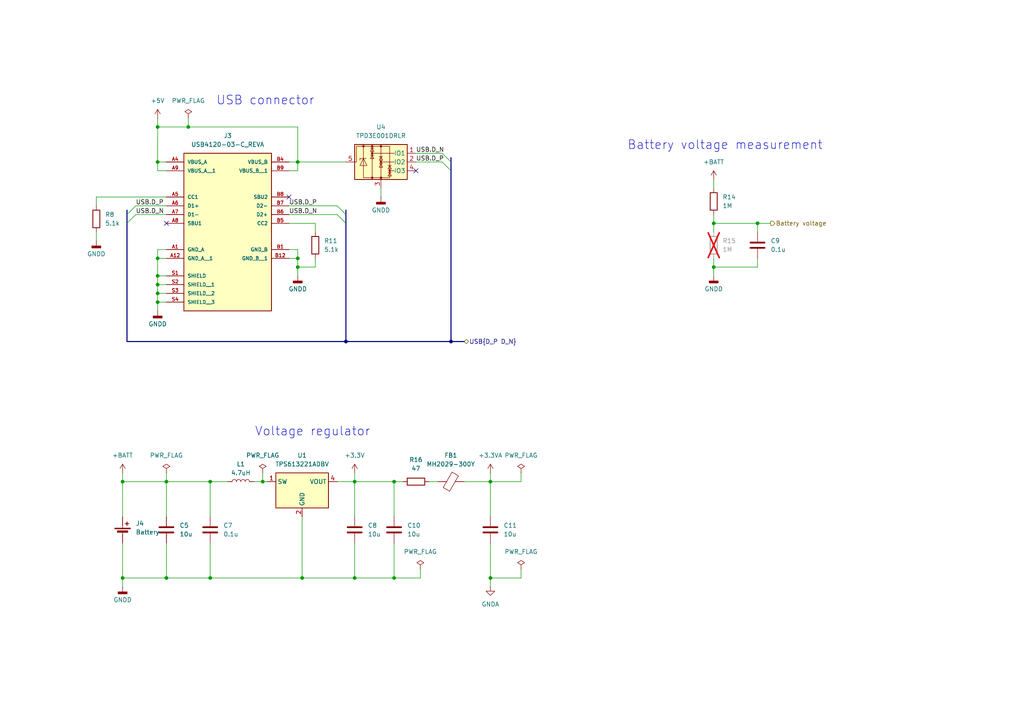
<source format=kicad_sch>
(kicad_sch (version 20231120) (generator "eeschema") (generator_version "8.0")
  (paper "A4")
  (title_block (title "Cycling power meter FYP - USB and power supply") (date "2024-07-05") (rev "V1.0.2") (company "Monash Human Power - Jotham Gates & Oscar Varney"))
  (lib_symbols
    (symbol "Device:Battery_Cell" (pin_numbers hide) (pin_names (offset 0) hide)
      (property "Reference" "BT" (at 2.54 2.54 0))
      (property "Value" "Battery_Cell" (at 2.54 0 0))
      (symbol "Battery_Cell_0_1"
        (rectangle (start -2.286 1.778) (end 2.286 1.524) (fill (type outline)))
        (rectangle (start -1.524 1.016) (end 1.524 0.508) (fill (type outline)))
        (polyline (pts (xy 0 0.762) (xy 0 0)))
        (polyline (pts (xy 0 1.778) (xy 0 2.54)))
        (polyline (pts (xy 0.762 3.048) (xy 1.778 3.048)) (stroke (width 0.254)))
        (polyline (pts (xy 1.27 3.556) (xy 1.27 2.54)) (stroke (width 0.254)))
      )
      (symbol "Battery_Cell_1_1"
        (pin passive line (at 0 5.08 270) (length 2.54) (name "+") (number "1"))
        (pin passive line (at 0 -2.54 90) (length 2.54) (name "-") (number "2"))
      )
    )
    (symbol "Device:C" (pin_numbers hide) (pin_names (offset 0.254))
      (property "Reference" "C" (at 0.635 2.54 0))
      (property "Value" "C" (at 0.635 -2.54 0))
      (symbol "C_0_1"
        (polyline (pts (xy -2.032 -0.762) (xy 2.032 -0.762)) (stroke (width 0.508)))
        (polyline (pts (xy -2.032 0.762) (xy 2.032 0.762)) (stroke (width 0.508)))
      )
      (symbol "C_1_1"
        (pin passive line (at 0 3.81 270) (length 2.794) (name "~") (number "1"))
        (pin passive line (at 0 -3.81 90) (length 2.794) (name "~") (number "2"))
      )
    )
    (symbol "Device:FerriteBead" (pin_numbers hide) (pin_names (offset 0))
      (property "Reference" "FB" (at -3.81 0.635 90))
      (property "Value" "FerriteBead" (at 3.81 0 90))
      (symbol "FerriteBead_0_1"
        (polyline (pts (xy 0 -1.27) (xy 0 -1.2192)))
        (polyline (pts (xy 0 1.27) (xy 0 1.2954)))
        (polyline (pts (xy -2.7686 0.4064) (xy -1.7018 2.2606) (xy 2.7686 -0.3048) (xy 1.6764 -2.159) (xy -2.7686 0.4064)))
      )
      (symbol "FerriteBead_1_1"
        (pin passive line (at 0 3.81 270) (length 2.54) (name "~") (number "1"))
        (pin passive line (at 0 -3.81 90) (length 2.54) (name "~") (number "2"))
      )
    )
    (symbol "Device:L" (pin_numbers hide) (pin_names (offset 1.016) hide)
      (property "Reference" "L" (at -1.27 0 90))
      (property "Value" "L" (at 1.905 0 90))
      (symbol "L_0_1"
        (arc (start 0 -2.54) (mid 0.6323 -1.905) (end 0 -1.27))
        (arc (start 0 -1.27) (mid 0.6323 -0.635) (end 0 0))
        (arc (start 0 0) (mid 0.6323 0.635) (end 0 1.27))
        (arc (start 0 1.27) (mid 0.6323 1.905) (end 0 2.54))
      )
      (symbol "L_1_1"
        (pin passive line (at 0 3.81 270) (length 1.27) (name "1") (number "1"))
        (pin passive line (at 0 -3.81 90) (length 1.27) (name "2") (number "2"))
      )
    )
    (symbol "Device:R" (pin_numbers hide) (pin_names (offset 0))
      (property "Reference" "R" (at 2.032 0 90))
      (property "Value" "R" (at 0 0 90))
      (symbol "R_0_1"
        (rectangle (start -1.016 -2.54) (end 1.016 2.54) (stroke (width 0.254)))
      )
      (symbol "R_1_1"
        (pin passive line (at 0 3.81 270) (length 1.27) (name "~") (number "1"))
        (pin passive line (at 0 -3.81 90) (length 1.27) (name "~") (number "2"))
      )
    )
    (symbol "Power_Protection:TPD3E001DRLR"
      (property "Reference" "U" (at -5.08 6.35 0))
      (property "Value" "TPD3E001DRLR" (at 8.89 -7.62 0))
      (symbol "TPD3E001DRLR_0_1"
        (rectangle (start -7.62 5.08) (end 7.62 -5.08) (stroke (width 0.254)) (fill (type background)))
        (circle (center -5.08 4.572) (radius 0.254) (fill (type outline)))
        (circle (center -2.54 -4.572) (radius 0.254) (fill (type outline)))
        (circle (center -2.54 2.54) (radius 0.254) (fill (type outline)))
        (circle (center -2.54 4.572) (radius 0.254) (fill (type outline)))
        (circle (center 0 -4.572) (radius 0.254) (fill (type outline)))
        (polyline (pts (xy -2.54 2.54) (xy 3.81 2.54)))
        (polyline (pts (xy -2.54 4.572) (xy -2.54 -4.572)))
        (polyline (pts (xy -2.032 2.032) (xy -3.048 2.032)))
        (polyline (pts (xy -2.032 4.064) (xy -3.048 4.064)))
        (polyline (pts (xy 0 -5.08) (xy 0 4.572)))
        (polyline (pts (xy 0 0) (xy 3.81 0)))
        (polyline (pts (xy 0.508 -0.508) (xy -0.508 -0.508)))
        (polyline (pts (xy 0.508 1.524) (xy -0.508 1.524)))
        (polyline (pts (xy 2.54 -2.54) (xy 3.81 -2.54)))
        (polyline (pts (xy 3.048 -3.048) (xy 2.032 -3.048)))
        (polyline (pts (xy 3.048 -1.016) (xy 2.032 -1.016)))
        (polyline (pts (xy -4.318 1.016) (xy -6.096 1.016) (xy -6.096 0.508)))
        (polyline (pts (xy -7.62 0) (xy -7.112 0) (xy -7.112 4.572) (xy -5.08 4.572)))
        (polyline (pts (xy -5.08 1.016) (xy -6.096 -1.016) (xy -4.064 -1.016) (xy -5.08 1.016)))
        (polyline (pts (xy -2.54 2.032) (xy -3.048 1.016) (xy -2.032 1.016) (xy -2.54 2.032)))
        (polyline (pts (xy -2.54 4.064) (xy -3.048 3.048) (xy -2.032 3.048) (xy -2.54 4.064)))
        (polyline (pts (xy 0 -0.508) (xy -0.508 -1.524) (xy 0.508 -1.524) (xy 0 -0.508)))
        (polyline (pts (xy 0 1.524) (xy -0.508 0.508) (xy 0.508 0.508) (xy 0 1.524)))
        (polyline (pts (xy 2.54 -3.048) (xy 2.032 -4.064) (xy 3.048 -4.064) (xy 2.54 -3.048)))
        (polyline (pts (xy 2.54 -1.016) (xy 2.032 -2.032) (xy 3.048 -2.032) (xy 2.54 -1.016)))
        (circle (center 0 0) (radius 0.254) (fill (type outline)))
        (circle (center 0 4.572) (radius 0.254) (fill (type outline)))
        (rectangle (start 2.54 -4.572) (end -5.08 4.572))
        (circle (center 2.54 -2.54) (radius 0.254) (fill (type outline)))
      )
      (symbol "TPD3E001DRLR_1_1"
        (pin passive line (at 10.16 2.54 180) (length 2.54) (name "IO1") (number "1"))
        (pin passive line (at 10.16 0 180) (length 2.54) (name "IO2") (number "2"))
        (pin passive line (at 0 -7.62 90) (length 2.54) (name "~") (number "3"))
        (pin passive line (at 10.16 -2.54 180) (length 2.54) (name "IO3") (number "4"))
        (pin passive line (at -10.16 0 0) (length 2.54) (name "~") (number "5"))
      )
    )
    (symbol "Regulator_Switching:TPS613221ADBV"
      (property "Reference" "U" (at -7.62 6.35 0))
      (property "Value" "TPS613221ADBV" (at 2.54 6.35 0))
      (symbol "TPS613221ADBV_0_1"
        (rectangle (start -7.62 5.08) (end 7.62 -5.08) (stroke (width 0.254)) (fill (type background)))
      )
      (symbol "TPS613221ADBV_1_1"
        (pin power_in line (at -10.16 2.54 0) (length 2.54) (name "SW") (number "1"))
        (pin power_in line (at 0 -7.62 90) (length 2.54) (name "GND") (number "2"))
        (pin no_connect line (at -7.62 -2.54 0) (length 2.54) hide (name "NC") (number "3"))
        (pin power_out line (at 10.16 2.54 180) (length 2.54) (name "VOUT") (number "4"))
        (pin no_connect line (at 7.62 -2.54 180) (length 2.54) hide (name "NC") (number "5"))
      )
    )
    (symbol "USB4120-03-C_REVA:USB4120-03-C_REVA" (pin_names (offset 1.016))
      (property "Reference" "J" (at -12.7 16.002 0))
      (property "Value" "USB4120-03-C_REVA" (at -12.7 -31.242 0))
      (symbol "USB4120-03-C_REVA_0_0"
        (rectangle (start -12.7 -30.48) (end 12.7 15.24) (stroke (width 0.254)) (fill (type background)))
        (pin power_in line (at -17.78 -12.7 0) (length 5.08) (name "GND_A") (number "A1"))
        (pin power_in line (at -17.78 -15.24 0) (length 5.08) (name "GND_A__1") (number "A12"))
        (pin power_in line (at -17.78 12.7 0) (length 5.08) (name "VBUS_A") (number "A4"))
        (pin bidirectional line (at -17.78 2.54 0) (length 5.08) (name "CC1") (number "A5"))
        (pin bidirectional line (at -17.78 0 0) (length 5.08) (name "D1+") (number "A6"))
        (pin bidirectional line (at -17.78 -2.54 0) (length 5.08) (name "D1-") (number "A7"))
        (pin bidirectional line (at -17.78 -5.08 0) (length 5.08) (name "SBU1") (number "A8"))
        (pin power_in line (at -17.78 10.16 0) (length 5.08) (name "VBUS_A__1") (number "A9"))
        (pin power_in line (at 17.78 -12.7 180) (length 5.08) (name "GND_B") (number "B1"))
        (pin power_in line (at 17.78 -15.24 180) (length 5.08) (name "GND_B__1") (number "B12"))
        (pin power_in line (at 17.78 12.7 180) (length 5.08) (name "VBUS_B") (number "B4"))
        (pin bidirectional line (at 17.78 -5.08 180) (length 5.08) (name "CC2") (number "B5"))
        (pin bidirectional line (at 17.78 -2.54 180) (length 5.08) (name "D2+") (number "B6"))
        (pin bidirectional line (at 17.78 0 180) (length 5.08) (name "D2-") (number "B7"))
        (pin bidirectional line (at 17.78 2.54 180) (length 5.08) (name "SBU2") (number "B8"))
        (pin power_in line (at 17.78 10.16 180) (length 5.08) (name "VBUS_B__1") (number "B9"))
        (pin passive line (at -17.78 -20.32 0) (length 5.08) (name "SHIELD") (number "S1"))
        (pin passive line (at -17.78 -22.86 0) (length 5.08) (name "SHIELD__1") (number "S2"))
        (pin passive line (at -17.78 -25.4 0) (length 5.08) (name "SHIELD__2") (number "S3"))
        (pin passive line (at -17.78 -27.94 0) (length 5.08) (name "SHIELD__3") (number "S4"))
      )
    )
    (symbol "power:+3.3V" (power) (pin_numbers hide) (pin_names (offset 0) hide)
      (property "Value" "+3.3V" (at 0 3.556 0))
      (symbol "+3.3V_0_1"
        (polyline (pts (xy -0.762 1.27) (xy 0 2.54)))
        (polyline (pts (xy 0 0) (xy 0 2.54)))
        (polyline (pts (xy 0 2.54) (xy 0.762 1.27)))
      )
      (symbol "+3.3V_1_1"
        (pin power_in line (at 0 0 90) (length 0) (name "~") (number "1"))
      )
    )
    (symbol "power:+3.3VA" (power) (pin_numbers hide) (pin_names (offset 0) hide)
      (property "Value" "+3.3VA" (at 0 3.556 0))
      (symbol "+3.3VA_0_1"
        (polyline (pts (xy -0.762 1.27) (xy 0 2.54)))
        (polyline (pts (xy 0 0) (xy 0 2.54)))
        (polyline (pts (xy 0 2.54) (xy 0.762 1.27)))
      )
      (symbol "+3.3VA_1_1"
        (pin power_in line (at 0 0 90) (length 0) (name "~") (number "1"))
      )
    )
    (symbol "power:+5V" (power) (pin_numbers hide) (pin_names (offset 0) hide)
      (property "Value" "+5V" (at 0 3.556 0))
      (symbol "+5V_0_1"
        (polyline (pts (xy -0.762 1.27) (xy 0 2.54)))
        (polyline (pts (xy 0 0) (xy 0 2.54)))
        (polyline (pts (xy 0 2.54) (xy 0.762 1.27)))
      )
      (symbol "+5V_1_1"
        (pin power_in line (at 0 0 90) (length 0) (name "~") (number "1"))
      )
    )
    (symbol "power:+BATT" (power) (pin_numbers hide) (pin_names (offset 0) hide)
      (property "Value" "+BATT" (at 0 3.556 0))
      (symbol "+BATT_0_1"
        (polyline (pts (xy -0.762 1.27) (xy 0 2.54)))
        (polyline (pts (xy 0 0) (xy 0 2.54)))
        (polyline (pts (xy 0 2.54) (xy 0.762 1.27)))
      )
      (symbol "+BATT_1_1"
        (pin power_in line (at 0 0 90) (length 0) (name "~") (number "1"))
      )
    )
    (symbol "power:GNDA" (power) (pin_numbers hide) (pin_names (offset 0) hide)
      (property "Value" "GNDA" (at 0 -3.81 0))
      (symbol "GNDA_0_1"
        (polyline (pts (xy 0 0) (xy 0 -1.27) (xy 1.27 -1.27) (xy 0 -2.54) (xy -1.27 -1.27) (xy 0 -1.27)))
      )
      (symbol "GNDA_1_1"
        (pin power_in line (at 0 0 270) (length 0) (name "~") (number "1"))
      )
    )
    (symbol "power:GNDD" (power) (pin_numbers hide) (pin_names (offset 0) hide)
      (property "Value" "GNDD" (at 0 -3.175 0))
      (symbol "GNDD_0_1"
        (rectangle (start -1.27 -1.524) (end 1.27 -2.032) (stroke (width 0.254)) (fill (type outline)))
        (polyline (pts (xy 0 0) (xy 0 -1.524)))
      )
      (symbol "GNDD_1_1"
        (pin power_in line (at 0 0 270) (length 0) (name "~") (number "1"))
      )
    )
    (symbol "power:PWR_FLAG" (power) (pin_numbers hide) (pin_names (offset 0) hide)
      (property "Value" "PWR_FLAG" (at 0 3.81 0))
      (symbol "PWR_FLAG_0_0"
        (pin power_out line (at 0 0 90) (length 0) (name "~") (number "1"))
      )
      (symbol "PWR_FLAG_0_1"
        (polyline (pts (xy 0 0) (xy 0 1.27) (xy -1.016 1.905) (xy 0 2.54) (xy 1.016 1.905) (xy 0 1.27)))
      )
    )
  )
  (junction (at 60.96 167.64))
  (junction (at 130.81 99.06))
  (junction (at 114.3 139.7))
  (junction (at 207.01 77.47))
  (junction (at 60.96 139.7))
  (junction (at 87.63 167.64))
  (junction (at 45.72 82.55))
  (junction (at 207.01 64.77))
  (junction (at 219.71 64.77))
  (junction (at 48.26 167.64))
  (junction (at 114.3 167.64))
  (junction (at 45.72 74.93))
  (junction (at 45.72 87.63))
  (junction (at 45.72 36.83))
  (junction (at 35.56 139.7))
  (junction (at 45.72 80.01))
  (junction (at 35.56 167.64))
  (junction (at 86.36 46.99))
  (junction (at 54.61 36.83))
  (junction (at 102.87 139.7))
  (junction (at 102.87 167.64))
  (junction (at 100.33 99.06))
  (junction (at 86.36 77.47))
  (junction (at 86.36 74.93))
  (junction (at 142.24 167.64))
  (junction (at 45.72 46.99))
  (junction (at 142.24 139.7))
  (junction (at 76.2 139.7))
  (junction (at 45.72 85.09))
  (junction (at 48.26 139.7))
  (no_connect (at 48.26 64.77))
  (no_connect (at 120.65 49.53))
  (no_connect (at 83.82 57.15))
  (bus_entry (at 128.27 46.99) (size 2.54 2.54))
  (bus_entry (at 36.83 64.77) (size 2.54 -2.54))
  (bus_entry (at 128.27 44.45) (size 2.54 2.54))
  (bus_entry (at 97.79 59.69) (size 2.54 2.54))
  (bus_entry (at 97.79 62.23) (size 2.54 2.54))
  (bus_entry (at 36.83 62.23) (size 2.54 -2.54))
  (wire (pts (xy 142.24 157.48) (xy 142.24 167.64)))
  (bus (pts (xy 36.83 99.06) (xy 100.33 99.06)))
  (wire (pts (xy 35.56 167.64) (xy 35.56 170.18)))
  (wire (pts (xy 102.87 139.7) (xy 114.3 139.7)))
  (wire (pts (xy 60.96 139.7) (xy 66.04 139.7)))
  (wire (pts (xy 83.82 62.23) (xy 97.79 62.23)))
  (wire (pts (xy 83.82 74.93) (xy 86.36 74.93)))
  (wire (pts (xy 48.26 157.48) (xy 48.26 167.64)))
  (wire (pts (xy 110.49 54.61) (xy 110.49 57.15)))
  (wire (pts (xy 207.01 52.07) (xy 207.01 54.61)))
  (wire (pts (xy 54.61 34.29) (xy 54.61 36.83)))
  (wire (pts (xy 86.36 46.99) (xy 86.36 36.83)))
  (wire (pts (xy 114.3 167.64) (xy 102.87 167.64)))
  (bus (pts (xy 134.62 99.06) (xy 130.81 99.06)))
  (wire (pts (xy 102.87 139.7) (xy 102.87 149.86)))
  (bus (pts (xy 100.33 64.77) (xy 100.33 99.06)))
  (bus (pts (xy 36.83 64.77) (xy 36.83 99.06)))
  (wire (pts (xy 142.24 137.16) (xy 142.24 139.7)))
  (wire (pts (xy 45.72 36.83) (xy 54.61 36.83)))
  (wire (pts (xy 207.01 64.77) (xy 219.71 64.77)))
  (wire (pts (xy 35.56 139.7) (xy 35.56 149.86)))
  (wire (pts (xy 48.26 85.09) (xy 45.72 85.09)))
  (wire (pts (xy 91.44 77.47) (xy 86.36 77.47)))
  (wire (pts (xy 142.24 167.64) (xy 151.13 167.64)))
  (wire (pts (xy 35.56 137.16) (xy 35.56 139.7)))
  (wire (pts (xy 114.3 139.7) (xy 116.84 139.7)))
  (wire (pts (xy 35.56 157.48) (xy 35.56 167.64)))
  (wire (pts (xy 83.82 46.99) (xy 86.36 46.99)))
  (wire (pts (xy 91.44 74.93) (xy 91.44 77.47)))
  (wire (pts (xy 100.33 46.99) (xy 86.36 46.99)))
  (wire (pts (xy 134.62 139.7) (xy 142.24 139.7)))
  (wire (pts (xy 207.01 77.47) (xy 207.01 80.01)))
  (wire (pts (xy 151.13 139.7) (xy 142.24 139.7)))
  (wire (pts (xy 87.63 167.64) (xy 102.87 167.64)))
  (wire (pts (xy 60.96 157.48) (xy 60.96 167.64)))
  (wire (pts (xy 87.63 149.86) (xy 87.63 167.64)))
  (wire (pts (xy 48.26 137.16) (xy 48.26 139.7)))
  (wire (pts (xy 39.37 62.23) (xy 48.26 62.23)))
  (wire (pts (xy 142.24 139.7) (xy 142.24 149.86)))
  (wire (pts (xy 45.72 87.63) (xy 48.26 87.63)))
  (wire (pts (xy 39.37 59.69) (xy 48.26 59.69)))
  (wire (pts (xy 83.82 64.77) (xy 91.44 64.77)))
  (wire (pts (xy 114.3 139.7) (xy 114.3 149.86)))
  (wire (pts (xy 73.66 139.7) (xy 76.2 139.7)))
  (wire (pts (xy 45.72 90.17) (xy 45.72 87.63)))
  (wire (pts (xy 48.26 82.55) (xy 45.72 82.55)))
  (wire (pts (xy 114.3 157.48) (xy 114.3 167.64)))
  (wire (pts (xy 86.36 77.47) (xy 86.36 80.01)))
  (wire (pts (xy 86.36 74.93) (xy 86.36 77.47)))
  (wire (pts (xy 114.3 167.64) (xy 121.92 167.64)))
  (wire (pts (xy 219.71 64.77) (xy 223.52 64.77)))
  (wire (pts (xy 151.13 137.16) (xy 151.13 139.7)))
  (wire (pts (xy 45.72 82.55) (xy 45.72 85.09)))
  (wire (pts (xy 124.46 139.7) (xy 127 139.7)))
  (wire (pts (xy 60.96 167.64) (xy 87.63 167.64)))
  (wire (pts (xy 48.26 74.93) (xy 45.72 74.93)))
  (wire (pts (xy 219.71 74.93) (xy 219.71 77.47)))
  (wire (pts (xy 45.72 49.53) (xy 48.26 49.53)))
  (wire (pts (xy 54.61 36.83) (xy 86.36 36.83)))
  (wire (pts (xy 86.36 46.99) (xy 86.36 49.53)))
  (wire (pts (xy 45.72 80.01) (xy 45.72 82.55)))
  (bus (pts (xy 36.83 62.23) (xy 36.83 64.77)))
  (wire (pts (xy 45.72 85.09) (xy 45.72 87.63)))
  (wire (pts (xy 102.87 157.48) (xy 102.87 167.64)))
  (wire (pts (xy 102.87 137.16) (xy 102.87 139.7)))
  (wire (pts (xy 207.01 74.93) (xy 207.01 77.47)))
  (wire (pts (xy 86.36 72.39) (xy 86.36 74.93)))
  (wire (pts (xy 207.01 64.77) (xy 207.01 67.31)))
  (wire (pts (xy 45.72 46.99) (xy 45.72 49.53)))
  (bus (pts (xy 100.33 62.23) (xy 100.33 64.77)))
  (wire (pts (xy 27.94 67.31) (xy 27.94 69.85)))
  (wire (pts (xy 83.82 59.69) (xy 97.79 59.69)))
  (wire (pts (xy 121.92 165.1) (xy 121.92 167.64)))
  (wire (pts (xy 120.65 44.45) (xy 128.27 44.45)))
  (wire (pts (xy 45.72 72.39) (xy 45.72 74.93)))
  (wire (pts (xy 207.01 77.47) (xy 219.71 77.47)))
  (wire (pts (xy 142.24 167.64) (xy 142.24 170.18)))
  (bus (pts (xy 130.81 49.53) (xy 130.81 99.06)))
  (wire (pts (xy 35.56 167.64) (xy 48.26 167.64)))
  (wire (pts (xy 48.26 72.39) (xy 45.72 72.39)))
  (wire (pts (xy 35.56 139.7) (xy 48.26 139.7)))
  (wire (pts (xy 48.26 139.7) (xy 48.26 149.86)))
  (wire (pts (xy 91.44 64.77) (xy 91.44 67.31)))
  (wire (pts (xy 60.96 139.7) (xy 60.96 149.86)))
  (bus (pts (xy 100.33 60.96) (xy 100.33 62.23)))
  (wire (pts (xy 76.2 139.7) (xy 77.47 139.7)))
  (wire (pts (xy 219.71 67.31) (xy 219.71 64.77)))
  (wire (pts (xy 48.26 139.7) (xy 60.96 139.7)))
  (wire (pts (xy 97.79 139.7) (xy 102.87 139.7)))
  (wire (pts (xy 45.72 74.93) (xy 45.72 80.01)))
  (wire (pts (xy 120.65 46.99) (xy 128.27 46.99)))
  (bus (pts (xy 100.33 99.06) (xy 130.81 99.06)))
  (wire (pts (xy 83.82 49.53) (xy 86.36 49.53)))
  (bus (pts (xy 130.81 46.99) (xy 130.81 49.53)))
  (wire (pts (xy 48.26 167.64) (xy 60.96 167.64)))
  (bus (pts (xy 36.83 60.96) (xy 36.83 62.23)))
  (wire (pts (xy 45.72 36.83) (xy 45.72 46.99)))
  (wire (pts (xy 83.82 72.39) (xy 86.36 72.39)))
  (wire (pts (xy 48.26 80.01) (xy 45.72 80.01)))
  (bus (pts (xy 130.81 45.72) (xy 130.81 46.99)))
  (wire (pts (xy 45.72 46.99) (xy 48.26 46.99)))
  (wire (pts (xy 27.94 59.69) (xy 27.94 57.15)))
  (wire (pts (xy 76.2 137.16) (xy 76.2 139.7)))
  (wire (pts (xy 45.72 34.29) (xy 45.72 36.83)))
  (wire (pts (xy 207.01 62.23) (xy 207.01 64.77)))
  (wire (pts (xy 27.94 57.15) (xy 48.26 57.15)))
  (wire (pts (xy 151.13 165.1) (xy 151.13 167.64)))
  (text "Battery voltage measurement" (at 210.312 42.164 0) (effects (font (size 2.55 2.55))))
  (text "USB connector" (at 76.962 29.21 0) (effects (font (size 2.55 2.55))))
  (text "Voltage regulator" (at 90.678 125.222 0) (effects (font (size 2.55 2.55))))
  (label "USB.D_N" (at 120.65 44.45 0))
  (label "USB.D_P" (at 83.82 59.69 0))
  (label "USB.D_P" (at 120.65 46.99 0))
  (label "USB.D_N" (at 83.82 62.23 0))
  (label "USB.D_P" (at 39.37 59.69 0))
  (label "USB.D_N" (at 39.37 62.23 0))
  (hierarchical_label "USB{D_P D_N}" (shape bidirectional) (at 134.62 99.06 0))
  (hierarchical_label "Battery voltage" (shape output) (at 223.52 64.77 0))
  (symbol (lib_id "power:PWR_FLAG") (at 76.2 137.16 0) (unit 1)
    (property "Reference" "#FLG04" (effects (hide yes)))
    (property "Value" "PWR_FLAG" (at 76.2 132.08 0))
    (property "Description" "Special symbol for telling ERC where power comes from" (effects (hide yes)))
  )
  (symbol (lib_id "Device:R") (at 91.44 71.12 0) (unit 1)
    (property "Reference" "R11" (at 93.98 69.8499 0) (effects (justify left)))
    (property "Value" "5.1k" (at 93.98 72.3899 0) (effects (justify left)))
    (property "Footprint" "Resistor_SMD:R_0603_1608Metric_Pad0.98x0.95mm_HandSolder" (effects (hide yes)))
    (property "Description" "Resistor" (effects (hide yes)))
    (property "PlaceOnSecondary" "No" (effects (hide yes)))
  )
  (symbol (lib_id "power:+BATT") (at 35.56 137.16 0) (unit 1)
    (property "Reference" "#PWR027" (effects (hide yes)))
    (property "Value" "+BATT" (at 35.56 132.08 0))
    (property "Description" "Power symbol creates a global label with name \"+BATT\"" (effects (hide yes)))
  )
  (symbol (lib_id "Power_Protection:TPD3E001DRLR") (at 110.49 46.99 0) (unit 1)
    (property "Reference" "U4" (at 110.49 36.83 0))
    (property "Value" "TPD3E001DRLR" (at 110.49 39.37 0))
    (property "Footprint" "Package_TO_SOT_SMD:SOT-553" (effects (hide yes)))
    (property "Datasheet" "http://www.ti.com/lit/ds/symlink/tpd3e001.pdf" (effects (hide yes)))
    (property "Description" "TPD3E001 Low-Capacitance 3-Channel ESD-Protection for High-Speed Data Interfaces" (effects (hide yes)))
    (property "PlaceOnSecondary" "No" (effects (hide yes)))
  )
  (symbol (lib_id "Device:R") (at 120.65 139.7 90) (unit 1)
    (property "Reference" "R16" (at 120.65 133.35 90))
    (property "Value" "47" (at 120.65 135.89 90))
    (property "Footprint" "Resistor_SMD:R_0603_1608Metric_Pad0.98x0.95mm_HandSolder" (effects (hide yes)))
    (property "Description" "Resistor" (effects (hide yes)))
    (property "PlaceOnSecondary" "Yes" (effects (hide yes)))
  )
  (symbol (lib_id "Device:R") (at 207.01 58.42 0) (unit 1)
    (property "Reference" "R14" (at 209.55 57.1499 0) (effects (justify left)))
    (property "Value" "1M" (at 209.55 59.6899 0) (effects (justify left)))
    (property "Footprint" "Resistor_SMD:R_0603_1608Metric_Pad0.98x0.95mm_HandSolder" (effects (hide yes)))
    (property "Description" "Resistor" (effects (hide yes)))
    (property "PlaceOnSecondary" "No" (effects (hide yes)))
  )
  (symbol (lib_id "power:+3.3VA") (at 142.24 137.16 0) (unit 1)
    (property "Reference" "#PWR033" (effects (hide yes)))
    (property "Value" "+3.3VA" (at 142.24 132.08 0))
    (property "Description" "Power symbol creates a global label with name \"+3.3VA\"" (effects (hide yes)))
  )
  (symbol (lib_id "USB4120-03-C_REVA:USB4120-03-C_REVA") (at 66.04 59.69 0) (unit 1)
    (property "Reference" "J3" (at 66.04 39.37 0))
    (property "Value" "USB4120-03-C_REVA" (at 66.04 41.91 0))
    (property "Footprint" "USB4120:GCT_USB4120-03-C_REVA" (effects (hide yes)))
    (property "Description" "USB Connector" (effects (hide yes)))
    (property "PARTREV" "A" (effects (hide yes)))
    (property "MANUFACTURER" "GCT" (effects (hide yes)))
    (property "MAXIMUM_PACKAGE_HEIGHT" "6.5mm" (effects (hide yes)))
    (property "STANDARD" "Manufacturer Recommendations" (effects (hide yes)))
    (property "PlaceOnSecondary" "No" (effects (hide yes)))
  )
  (symbol (lib_id "power:GNDD") (at 86.36 80.01 0) (unit 1)
    (property "Reference" "#PWR024" (effects (hide yes)))
    (property "Value" "GNDD" (at 86.36 83.82 0))
    (property "Description" "Power symbol creates a global label with name \"GNDD\" , digital ground" (effects (hide yes)))
  )
  (symbol (lib_id "Regulator_Switching:TPS613221ADBV") (at 87.63 142.24 0) (unit 1)
    (property "Reference" "U1" (at 87.63 132.08 0))
    (property "Value" "TPS613221ADBV" (at 87.63 134.62 0))
    (property "Footprint" "Package_TO_SOT_SMD:SOT-23-5" (effects (hide yes)))
    (property "Datasheet" "http://www.ti.com/lit/ds/symlink/tps61322.pdf" (effects (hide yes)))
    (property "Description" "1.2A Step-Up Converter, 3.3V Output Voltage, 0.9-5.5V Input Voltage, SOT-23-5" (effects (hide yes)))
  )
  (symbol (lib_id "power:PWR_FLAG") (at 121.92 165.1 0) (unit 1)
    (property "Reference" "#FLG06" (effects (hide yes)))
    (property "Value" "PWR_FLAG" (at 121.92 160.02 0))
    (property "Description" "Special symbol for telling ERC where power comes from" (effects (hide yes)))
  )
  (symbol (lib_id "power:GNDD") (at 45.72 90.17 0) (unit 1)
    (property "Reference" "#PWR019" (effects (hide yes)))
    (property "Value" "GNDD" (at 45.72 93.98 0))
    (property "Description" "Power symbol creates a global label with name \"GNDD\" , digital ground" (effects (hide yes)))
  )
  (symbol (lib_id "Device:FerriteBead") (at 130.81 139.7 90) (unit 1)
    (property "Reference" "FB1" (at 130.7592 132.08 90))
    (property "Value" "MH2029-300Y" (at 130.7592 134.62 90))
    (property "Footprint" "Inductor_SMD:L_0805_2012Metric" (effects (hide yes)))
    (property "Description" "Ferrite bead" (effects (hide yes)))
    (property "PlaceOnSecondary" "Yes" (effects (hide yes)))
  )
  (symbol (lib_id "Device:C") (at 142.24 153.67 0) (unit 1)
    (property "Reference" "C11" (at 146.05 152.3999 0) (effects (justify left)))
    (property "Value" "10u" (at 146.05 154.9399 0) (effects (justify left)))
    (property "Footprint" "Capacitor_SMD:C_0603_1608Metric_Pad1.08x0.95mm_HandSolder" (effects (hide yes)))
    (property "Description" "Unpolarized capacitor" (effects (hide yes)))
    (property "PlaceOnSecondary" "Yes" (effects (hide yes)))
  )
  (symbol (lib_id "power:PWR_FLAG") (at 151.13 165.1 0) (unit 1)
    (property "Reference" "#FLG05" (effects (hide yes)))
    (property "Value" "PWR_FLAG" (at 151.13 160.02 0))
    (property "Description" "Special symbol for telling ERC where power comes from" (effects (hide yes)))
  )
  (symbol (lib_id "power:GNDA") (at 142.24 170.18 0) (unit 1)
    (property "Reference" "#PWR034" (effects (hide yes)))
    (property "Value" "GNDA" (at 142.24 175.26 0))
    (property "Description" "Power symbol creates a global label with name \"GNDA\" , analog ground" (effects (hide yes)))
  )
  (symbol (lib_id "Device:C") (at 48.26 153.67 0) (unit 1)
    (property "Reference" "C5" (at 52.07 152.3999 0) (effects (justify left)))
    (property "Value" "10u" (at 52.07 154.9399 0) (effects (justify left)))
    (property "Footprint" "Capacitor_SMD:C_0603_1608Metric_Pad1.08x0.95mm_HandSolder" (effects (hide yes)))
    (property "Description" "Unpolarized capacitor" (effects (hide yes)))
    (property "PlaceOnSecondary" "Yes" (effects (hide yes)))
  )
  (symbol (lib_id "power:+3.3V") (at 102.87 137.16 0) (unit 1)
    (property "Reference" "#PWR032" (effects (hide yes)))
    (property "Value" "+3.3V" (at 102.87 132.08 0))
    (property "Description" "Power symbol creates a global label with name \"+3.3V\"" (effects (hide yes)))
  )
  (symbol (lib_id "Device:C") (at 114.3 153.67 0) (unit 1)
    (property "Reference" "C10" (at 118.11 152.3999 0) (effects (justify left)))
    (property "Value" "10u" (at 118.11 154.9399 0) (effects (justify left)))
    (property "Footprint" "Capacitor_SMD:C_0603_1608Metric_Pad1.08x0.95mm_HandSolder" (effects (hide yes)))
    (property "Description" "Unpolarized capacitor" (effects (hide yes)))
    (property "PlaceOnSecondary" "Yes" (effects (hide yes)))
  )
  (symbol (lib_id "power:PWR_FLAG") (at 54.61 34.29 0) (unit 1)
    (property "Reference" "#FLG01" (effects (hide yes)))
    (property "Value" "PWR_FLAG" (at 54.61 29.21 0))
    (property "Description" "Special symbol for telling ERC where power comes from" (effects (hide yes)))
  )
  (symbol (lib_id "power:GNDD") (at 207.01 80.01 0) (unit 1)
    (property "Reference" "#PWR031" (effects (hide yes)))
    (property "Value" "GNDD" (at 207.01 83.82 0))
    (property "Description" "Power symbol creates a global label with name \"GNDD\" , digital ground" (effects (hide yes)))
  )
  (symbol (lib_id "power:GNDD") (at 27.94 69.85 0) (unit 1)
    (property "Reference" "#PWR017" (effects (hide yes)))
    (property "Value" "GNDD" (at 27.94 73.66 0))
    (property "Description" "Power symbol creates a global label with name \"GNDD\" , digital ground" (effects (hide yes)))
  )
  (symbol (lib_id "power:+5V") (at 45.72 34.29 0) (unit 1)
    (property "Reference" "#PWR018" (effects (hide yes)))
    (property "Value" "+5V" (at 45.72 29.21 0))
    (property "Description" "Power symbol creates a global label with name \"+5V\"" (effects (hide yes)))
  )
  (symbol (lib_id "power:PWR_FLAG") (at 151.13 137.16 0) (unit 1)
    (property "Reference" "#FLG02" (effects (hide yes)))
    (property "Value" "PWR_FLAG" (at 151.13 132.08 0))
    (property "Description" "Special symbol for telling ERC where power comes from" (effects (hide yes)))
  )
  (symbol (lib_id "Device:Battery_Cell") (at 35.56 154.94 0) (unit 1)
    (property "Reference" "J4" (at 39.37 151.8284 0) (effects (justify left)))
    (property "Value" "Battery" (at 39.37 154.3684 0) (effects (justify left)))
    (property "Footprint" "Connector_JST:JST_PH_S2B-PH-K_1x02_P2.00mm_Horizontal" (effects (hide yes)))
    (property "Description" "Single-cell battery" (effects (hide yes)))
    (property "PlaceOnSecondary" "No" (effects (hide yes)))
  )
  (symbol (lib_id "power:+BATT") (at 207.01 52.07 0) (unit 1)
    (property "Reference" "#PWR030" (effects (hide yes)))
    (property "Value" "+BATT" (at 207.01 46.99 0))
    (property "Description" "Power symbol creates a global label with name \"+BATT\"" (effects (hide yes)))
  )
  (symbol (lib_id "Device:R") (at 207.01 71.12 0) (unit 1) (dnp yes)
    (property "Reference" "R15" (at 209.55 69.8499 0) (effects (justify left)))
    (property "Value" "1M" (at 209.55 72.3899 0) (effects (justify left)))
    (property "Footprint" "Resistor_SMD:R_0603_1608Metric_Pad0.98x0.95mm_HandSolder" (effects (hide yes)))
    (property "Description" "Resistor" (effects (hide yes)))
    (property "PlaceOnSecondary" "No" (effects (hide yes)))
  )
  (symbol (lib_id "power:GNDD") (at 35.56 170.18 0) (unit 1)
    (property "Reference" "#PWR028" (effects (hide yes)))
    (property "Value" "GNDD" (at 35.56 173.99 0))
    (property "Description" "Power symbol creates a global label with name \"GNDD\" , digital ground" (effects (hide yes)))
  )
  (symbol (lib_id "Device:C") (at 219.71 71.12 0) (unit 1)
    (property "Reference" "C9" (at 223.52 69.8499 0) (effects (justify left)))
    (property "Value" "0.1u" (at 223.52 72.3899 0) (effects (justify left)))
    (property "Footprint" "Capacitor_SMD:C_0603_1608Metric_Pad1.08x0.95mm_HandSolder" (effects (hide yes)))
    (property "Description" "Unpolarized capacitor" (effects (hide yes)))
    (property "PlaceOnSecondary" "No" (effects (hide yes)))
  )
  (symbol (lib_id "Device:C") (at 60.96 153.67 0) (unit 1)
    (property "Reference" "C7" (at 64.77 152.3999 0) (effects (justify left)))
    (property "Value" "0.1u" (at 64.77 154.9399 0) (effects (justify left)))
    (property "Footprint" "Capacitor_SMD:C_0603_1608Metric_Pad1.08x0.95mm_HandSolder" (effects (hide yes)))
    (property "Description" "Unpolarized capacitor" (effects (hide yes)))
    (property "PlaceOnSecondary" "Yes" (effects (hide yes)))
  )
  (symbol (lib_id "power:PWR_FLAG") (at 48.26 137.16 0) (unit 1)
    (property "Reference" "#FLG03" (effects (hide yes)))
    (property "Value" "PWR_FLAG" (at 48.26 132.08 0))
    (property "Description" "Special symbol for telling ERC where power comes from" (effects (hide yes)))
  )
  (symbol (lib_id "Device:L") (at 69.85 139.7 90) (unit 1)
    (property "Reference" "L1" (at 69.85 134.62 90))
    (property "Value" "4.7uH" (at 69.85 137.16 90))
    (property "Footprint" "Inductor_SMD:L_Murata_DFE201610P" (effects (hide yes)))
    (property "Description" "Inductor" (effects (hide yes)))
    (property "PlaceOnSecondary" "Yes" (effects (hide yes)))
  )
  (symbol (lib_id "power:GNDD") (at 110.49 57.15 0) (unit 1)
    (property "Reference" "#PWR025" (effects (hide yes)))
    (property "Value" "GNDD" (at 110.49 60.96 0))
    (property "Description" "Power symbol creates a global label with name \"GNDD\" , digital ground" (effects (hide yes)))
  )
  (symbol (lib_id "Device:C") (at 102.87 153.67 0) (unit 1)
    (property "Reference" "C8" (at 106.68 152.3999 0) (effects (justify left)))
    (property "Value" "10u" (at 106.68 154.9399 0) (effects (justify left)))
    (property "Footprint" "Capacitor_SMD:C_0603_1608Metric_Pad1.08x0.95mm_HandSolder" (effects (hide yes)))
    (property "Description" "Unpolarized capacitor" (effects (hide yes)))
    (property "PlaceOnSecondary" "Yes" (effects (hide yes)))
  )
  (symbol (lib_id "Device:R") (at 27.94 63.5 0) (unit 1)
    (property "Reference" "R8" (at 30.48 62.2299 0) (effects (justify left)))
    (property "Value" "5.1k" (at 30.48 64.7699 0) (effects (justify left)))
    (property "Footprint" "Resistor_SMD:R_0603_1608Metric_Pad0.98x0.95mm_HandSolder" (effects (hide yes)))
    (property "Description" "Resistor" (effects (hide yes)))
    (property "PlaceOnSecondary" "No" (effects (hide yes)))
  )
)
</source>
